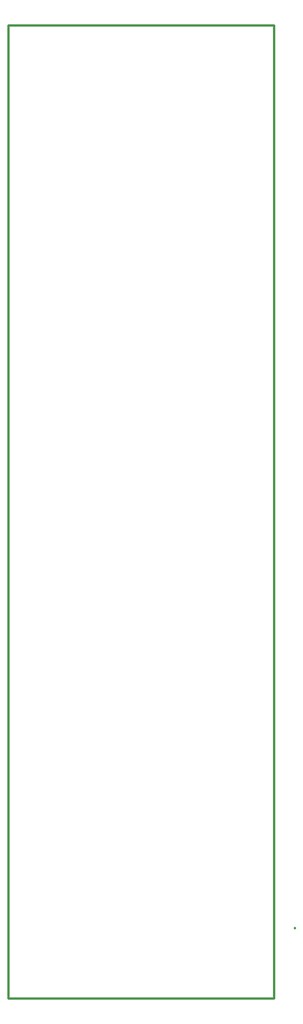
<source format=gko>
G04*
G04 #@! TF.GenerationSoftware,Altium Limited,Altium Designer,18.1.6 (161)*
G04*
G04 Layer_Color=16711935*
%FSLAX25Y25*%
%MOIN*%
G70*
G01*
G75*
%ADD55C,0.02000*%
D55*
X1159449Y1523228D02*
X1213386D01*
X1389370Y682677D02*
Y743701D01*
X1159449Y682677D02*
Y740158D01*
X1389370Y1459842D02*
Y1523228D01*
X1159449Y682677D02*
X1389370D01*
X1407480Y743307D02*
Y743701D01*
X1159449Y1459842D02*
Y1523228D01*
X1389370Y1459842D02*
X1389370Y743701D01*
X1331496Y1523228D02*
X1389370D01*
X1213386D02*
X1331496D01*
X1159449Y1459842D02*
X1159449Y740158D01*
M02*

</source>
